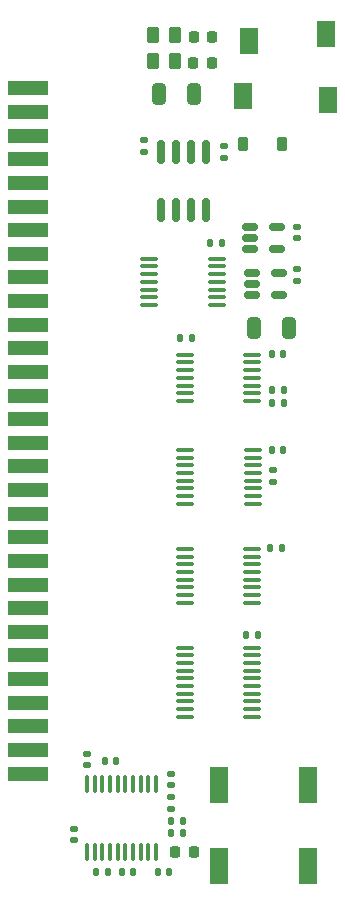
<source format=gbr>
%TF.GenerationSoftware,KiCad,Pcbnew,7.0.7*%
%TF.CreationDate,2023-09-26T08:28:04-06:00*%
%TF.ProjectId,PicoGUS Hand386,5069636f-4755-4532-9048-616e64333836,rev?*%
%TF.SameCoordinates,Original*%
%TF.FileFunction,Paste,Top*%
%TF.FilePolarity,Positive*%
%FSLAX46Y46*%
G04 Gerber Fmt 4.6, Leading zero omitted, Abs format (unit mm)*
G04 Created by KiCad (PCBNEW 7.0.7) date 2023-09-26 08:28:04*
%MOMM*%
%LPD*%
G01*
G04 APERTURE LIST*
G04 Aperture macros list*
%AMRoundRect*
0 Rectangle with rounded corners*
0 $1 Rounding radius*
0 $2 $3 $4 $5 $6 $7 $8 $9 X,Y pos of 4 corners*
0 Add a 4 corners polygon primitive as box body*
4,1,4,$2,$3,$4,$5,$6,$7,$8,$9,$2,$3,0*
0 Add four circle primitives for the rounded corners*
1,1,$1+$1,$2,$3*
1,1,$1+$1,$4,$5*
1,1,$1+$1,$6,$7*
1,1,$1+$1,$8,$9*
0 Add four rect primitives between the rounded corners*
20,1,$1+$1,$2,$3,$4,$5,0*
20,1,$1+$1,$4,$5,$6,$7,0*
20,1,$1+$1,$6,$7,$8,$9,0*
20,1,$1+$1,$8,$9,$2,$3,0*%
G04 Aperture macros list end*
%ADD10RoundRect,0.140000X-0.170000X0.140000X-0.170000X-0.140000X0.170000X-0.140000X0.170000X0.140000X0*%
%ADD11RoundRect,0.250000X-0.262500X-0.450000X0.262500X-0.450000X0.262500X0.450000X-0.262500X0.450000X0*%
%ADD12RoundRect,0.100000X-0.637500X-0.100000X0.637500X-0.100000X0.637500X0.100000X-0.637500X0.100000X0*%
%ADD13RoundRect,0.150000X0.150000X-0.825000X0.150000X0.825000X-0.150000X0.825000X-0.150000X-0.825000X0*%
%ADD14RoundRect,0.140000X-0.140000X-0.170000X0.140000X-0.170000X0.140000X0.170000X-0.140000X0.170000X0*%
%ADD15RoundRect,0.250000X0.325000X0.650000X-0.325000X0.650000X-0.325000X-0.650000X0.325000X-0.650000X0*%
%ADD16RoundRect,0.135000X-0.135000X-0.185000X0.135000X-0.185000X0.135000X0.185000X-0.135000X0.185000X0*%
%ADD17R,3.350000X1.250000*%
%ADD18R,1.500000X2.200000*%
%ADD19RoundRect,0.135000X0.185000X-0.135000X0.185000X0.135000X-0.185000X0.135000X-0.185000X-0.135000X0*%
%ADD20RoundRect,0.150000X-0.512500X-0.150000X0.512500X-0.150000X0.512500X0.150000X-0.512500X0.150000X0*%
%ADD21RoundRect,0.140000X0.140000X0.170000X-0.140000X0.170000X-0.140000X-0.170000X0.140000X-0.170000X0*%
%ADD22RoundRect,0.218750X-0.218750X-0.256250X0.218750X-0.256250X0.218750X0.256250X-0.218750X0.256250X0*%
%ADD23RoundRect,0.100000X0.100000X-0.637500X0.100000X0.637500X-0.100000X0.637500X-0.100000X-0.637500X0*%
%ADD24RoundRect,0.225000X0.225000X0.375000X-0.225000X0.375000X-0.225000X-0.375000X0.225000X-0.375000X0*%
%ADD25RoundRect,0.225000X-0.225000X-0.250000X0.225000X-0.250000X0.225000X0.250000X-0.225000X0.250000X0*%
%ADD26R,1.500000X3.100000*%
%ADD27RoundRect,0.250000X0.262500X0.450000X-0.262500X0.450000X-0.262500X-0.450000X0.262500X-0.450000X0*%
G04 APERTURE END LIST*
D10*
%TO.C,C10*%
X134620000Y-70386000D03*
X134620000Y-71346000D03*
%TD*%
D11*
%TO.C,R3*%
X128675000Y-61000000D03*
X130500000Y-61000000D03*
%TD*%
D12*
%TO.C,U3*%
X131318000Y-104487000D03*
X131318000Y-105137000D03*
X131318000Y-105787000D03*
X131318000Y-106437000D03*
X131318000Y-107087000D03*
X131318000Y-107737000D03*
X131318000Y-108387000D03*
X131318000Y-109037000D03*
X137043000Y-109037000D03*
X137043000Y-108387000D03*
X137043000Y-107737000D03*
X137043000Y-107087000D03*
X137043000Y-106437000D03*
X137043000Y-105787000D03*
X137043000Y-105137000D03*
X137043000Y-104487000D03*
%TD*%
%TO.C,U6*%
X128338500Y-79920000D03*
X128338500Y-80570000D03*
X128338500Y-81220000D03*
X128338500Y-81870000D03*
X128338500Y-82520000D03*
X128338500Y-83170000D03*
X128338500Y-83820000D03*
X134063500Y-83820000D03*
X134063500Y-83170000D03*
X134063500Y-82520000D03*
X134063500Y-81870000D03*
X134063500Y-81220000D03*
X134063500Y-80570000D03*
X134063500Y-79920000D03*
%TD*%
D13*
%TO.C,U8*%
X129296000Y-75791000D03*
X130566000Y-75791000D03*
X131836000Y-75791000D03*
X133106000Y-75791000D03*
X133106000Y-70841000D03*
X131836000Y-70841000D03*
X130566000Y-70841000D03*
X129296000Y-70841000D03*
%TD*%
D14*
%TO.C,C13*%
X124570000Y-122450000D03*
X125530000Y-122450000D03*
%TD*%
%TO.C,C3*%
X138712000Y-88011000D03*
X139672000Y-88011000D03*
%TD*%
D15*
%TO.C,C2*%
X132075000Y-66000000D03*
X129125000Y-66000000D03*
%TD*%
D14*
%TO.C,C9*%
X138585000Y-104394000D03*
X139545000Y-104394000D03*
%TD*%
D16*
%TO.C,R6*%
X130169000Y-127508000D03*
X131189000Y-127508000D03*
%TD*%
D14*
%TO.C,C18*%
X130199000Y-128524000D03*
X131159000Y-128524000D03*
%TD*%
D17*
%TO.C,J3*%
X118058000Y-65500000D03*
X118058000Y-67500000D03*
X118058000Y-69500000D03*
X118058000Y-71500000D03*
X118058000Y-73500000D03*
X118058000Y-75500000D03*
X118058000Y-77500000D03*
X118058000Y-79500000D03*
X118058000Y-81500000D03*
X118058000Y-83500000D03*
X118058000Y-85500000D03*
X118058000Y-87500000D03*
X118058000Y-89500000D03*
X118058000Y-91500000D03*
X118058000Y-93500000D03*
X118058000Y-95500000D03*
X118058000Y-97500000D03*
X118058000Y-99500000D03*
X118058000Y-101500000D03*
X118058000Y-103500000D03*
X118058000Y-105500000D03*
X118058000Y-107500000D03*
X118058000Y-109500000D03*
X118058000Y-111500000D03*
X118058000Y-113500000D03*
X118058000Y-115500000D03*
X118058000Y-117500000D03*
X118058000Y-119500000D03*
X118058000Y-121500000D03*
X118058000Y-123500000D03*
%TD*%
D18*
%TO.C,J5*%
X136275000Y-66100000D03*
X143275000Y-60900000D03*
X143475000Y-66500000D03*
X136775000Y-61500000D03*
%TD*%
D14*
%TO.C,C12*%
X123853000Y-131826000D03*
X124813000Y-131826000D03*
%TD*%
D19*
%TO.C,R5*%
X130171000Y-126496000D03*
X130171000Y-125476000D03*
%TD*%
D14*
%TO.C,C7*%
X133487000Y-78568000D03*
X134447000Y-78568000D03*
%TD*%
D12*
%TO.C,U4*%
X131386500Y-96105000D03*
X131386500Y-96755000D03*
X131386500Y-97405000D03*
X131386500Y-98055000D03*
X131386500Y-98705000D03*
X131386500Y-99355000D03*
X131386500Y-100005000D03*
X131386500Y-100655000D03*
X137111500Y-100655000D03*
X137111500Y-100005000D03*
X137111500Y-99355000D03*
X137111500Y-98705000D03*
X137111500Y-98055000D03*
X137111500Y-97405000D03*
X137111500Y-96755000D03*
X137111500Y-96105000D03*
%TD*%
D10*
%TO.C,C14*%
X123059000Y-121821000D03*
X123059000Y-122781000D03*
%TD*%
D20*
%TO.C,U7*%
X136863000Y-77204500D03*
X136863000Y-78154500D03*
X136863000Y-79104500D03*
X139138000Y-79104500D03*
X139138000Y-77204500D03*
%TD*%
D12*
%TO.C,U5*%
X131318000Y-88048000D03*
X131318000Y-88698000D03*
X131318000Y-89348000D03*
X131318000Y-89998000D03*
X131318000Y-90648000D03*
X131318000Y-91298000D03*
X131318000Y-91948000D03*
X137043000Y-91948000D03*
X137043000Y-91298000D03*
X137043000Y-90648000D03*
X137043000Y-89998000D03*
X137043000Y-89348000D03*
X137043000Y-88698000D03*
X137043000Y-88048000D03*
%TD*%
D21*
%TO.C,C4*%
X137513000Y-111760000D03*
X136553000Y-111760000D03*
%TD*%
D22*
%TO.C,FB1*%
X132102000Y-61127000D03*
X133677000Y-61127000D03*
%TD*%
D15*
%TO.C,C1*%
X140150000Y-85800000D03*
X137200000Y-85800000D03*
%TD*%
D10*
%TO.C,C6*%
X140800000Y-80820000D03*
X140800000Y-81780000D03*
%TD*%
D22*
%TO.C,FB2*%
X132064500Y-63327000D03*
X133639500Y-63327000D03*
%TD*%
D16*
%TO.C,R1*%
X130935000Y-86614000D03*
X131955000Y-86614000D03*
%TD*%
D23*
%TO.C,U10*%
X123059000Y-130116500D03*
X123709000Y-130116500D03*
X124359000Y-130116500D03*
X125009000Y-130116500D03*
X125659000Y-130116500D03*
X126309000Y-130116500D03*
X126959000Y-130116500D03*
X127609000Y-130116500D03*
X128259000Y-130116500D03*
X128909000Y-130116500D03*
X128909000Y-124391500D03*
X128259000Y-124391500D03*
X127609000Y-124391500D03*
X126959000Y-124391500D03*
X126309000Y-124391500D03*
X125659000Y-124391500D03*
X125009000Y-124391500D03*
X124359000Y-124391500D03*
X123709000Y-124391500D03*
X123059000Y-124391500D03*
%TD*%
D19*
%TO.C,R2*%
X138811000Y-98808000D03*
X138811000Y-97788000D03*
%TD*%
D21*
%TO.C,C16*%
X130020000Y-131826000D03*
X129060000Y-131826000D03*
%TD*%
D14*
%TO.C,C11*%
X126012000Y-131826000D03*
X126972000Y-131826000D03*
%TD*%
D16*
%TO.C,R8*%
X138684000Y-92160000D03*
X139704000Y-92160000D03*
%TD*%
D24*
%TO.C,D1*%
X139585000Y-70186000D03*
X136285000Y-70186000D03*
%TD*%
D20*
%TO.C,U9*%
X137000000Y-81100000D03*
X137000000Y-82050000D03*
X137000000Y-83000000D03*
X139275000Y-83000000D03*
X139275000Y-81100000D03*
%TD*%
D10*
%TO.C,C20*%
X140794500Y-77194500D03*
X140794500Y-78154500D03*
%TD*%
D25*
%TO.C,C17*%
X130543000Y-130175000D03*
X132093000Y-130175000D03*
%TD*%
D10*
%TO.C,C19*%
X130171000Y-123502000D03*
X130171000Y-124462000D03*
%TD*%
%TO.C,C15*%
X121920000Y-128157000D03*
X121920000Y-129117000D03*
%TD*%
%TO.C,C8*%
X127889000Y-69878000D03*
X127889000Y-70838000D03*
%TD*%
D12*
%TO.C,U2*%
X131318000Y-112850000D03*
X131318000Y-113500000D03*
X131318000Y-114150000D03*
X131318000Y-114800000D03*
X131318000Y-115450000D03*
X131318000Y-116100000D03*
X131318000Y-116750000D03*
X131318000Y-117400000D03*
X131318000Y-118050000D03*
X131318000Y-118700000D03*
X137043000Y-118700000D03*
X137043000Y-118050000D03*
X137043000Y-117400000D03*
X137043000Y-116750000D03*
X137043000Y-116100000D03*
X137043000Y-115450000D03*
X137043000Y-114800000D03*
X137043000Y-114150000D03*
X137043000Y-113500000D03*
X137043000Y-112850000D03*
%TD*%
D26*
%TO.C,J1*%
X134245000Y-131339000D03*
X134245000Y-124439000D03*
X141745000Y-124439000D03*
X141745000Y-131339000D03*
%TD*%
D14*
%TO.C,C5*%
X138712000Y-96139000D03*
X139672000Y-96139000D03*
%TD*%
D27*
%TO.C,R4*%
X130462500Y-63200000D03*
X128637500Y-63200000D03*
%TD*%
D16*
%TO.C,R7*%
X138682000Y-91059000D03*
X139702000Y-91059000D03*
%TD*%
M02*

</source>
